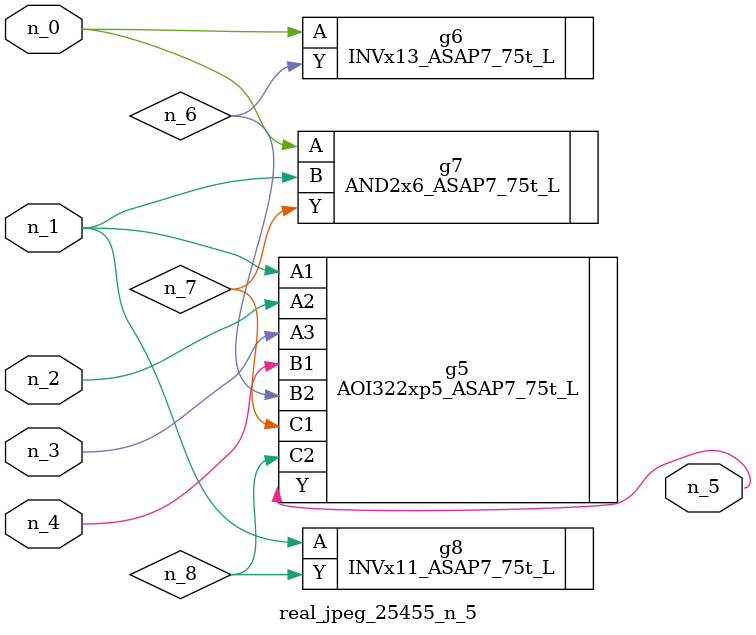
<source format=v>
module real_jpeg_25455_n_5 (n_4, n_0, n_1, n_2, n_3, n_5);

input n_4;
input n_0;
input n_1;
input n_2;
input n_3;

output n_5;

wire n_8;
wire n_6;
wire n_7;

INVx13_ASAP7_75t_L g6 ( 
.A(n_0),
.Y(n_6)
);

AND2x6_ASAP7_75t_L g7 ( 
.A(n_0),
.B(n_1),
.Y(n_7)
);

AOI322xp5_ASAP7_75t_L g5 ( 
.A1(n_1),
.A2(n_2),
.A3(n_3),
.B1(n_4),
.B2(n_6),
.C1(n_7),
.C2(n_8),
.Y(n_5)
);

INVx11_ASAP7_75t_L g8 ( 
.A(n_1),
.Y(n_8)
);


endmodule
</source>
